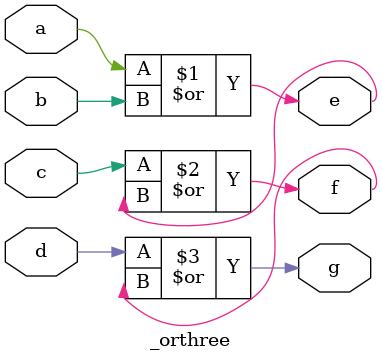
<source format=v>
`timescale 1ns / 1ps


module _orthree(
    input a,b,c,d,
    output e,f,g
    );
    assign e=a|b;
    assign f=c|e;
    assign g=d|f;
endmodule

</source>
